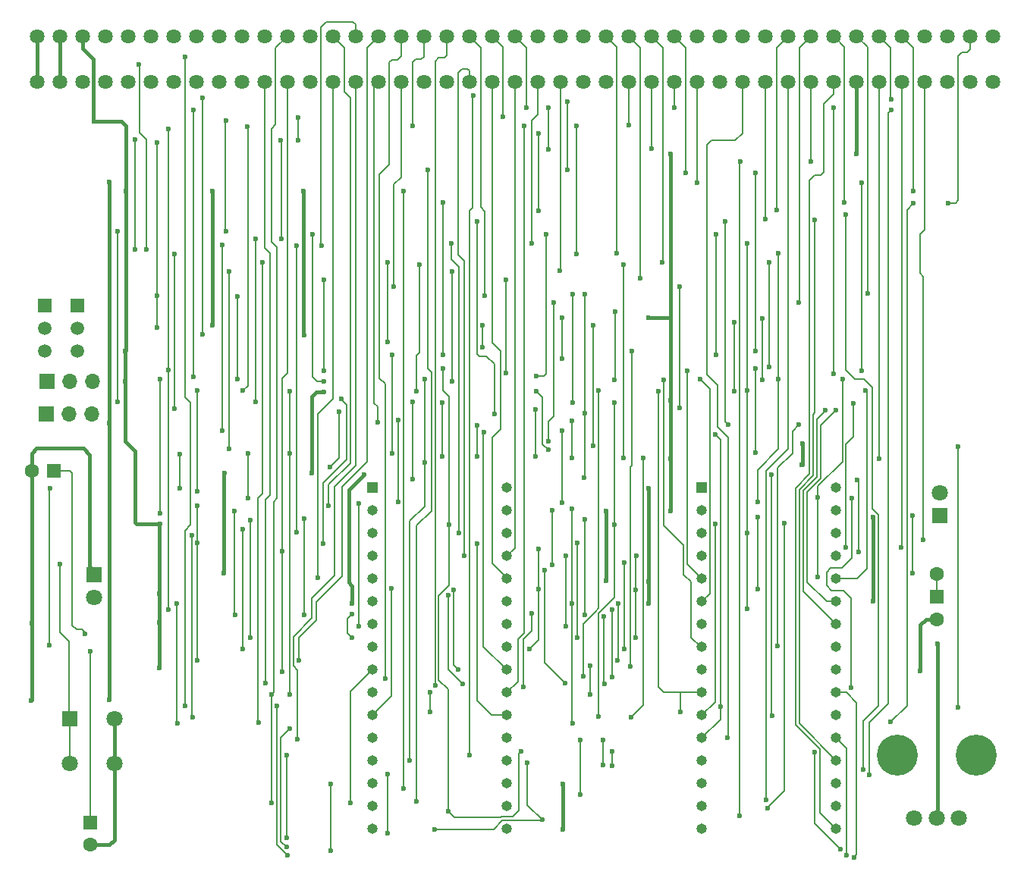
<source format=gbr>
%TF.GenerationSoftware,KiCad,Pcbnew,8.0.3*%
%TF.CreationDate,2025-02-20T16:42:35+01:00*%
%TF.ProjectId,DeMoN-Flash,44654d6f-4e2d-4466-9c61-73682e6b6963,rev?*%
%TF.SameCoordinates,Original*%
%TF.FileFunction,Copper,L2,Bot*%
%TF.FilePolarity,Positive*%
%FSLAX46Y46*%
G04 Gerber Fmt 4.6, Leading zero omitted, Abs format (unit mm)*
G04 Created by KiCad (PCBNEW 8.0.3) date 2025-02-20 16:42:35*
%MOMM*%
%LPD*%
G01*
G04 APERTURE LIST*
%TA.AperFunction,ComponentPad*%
%ADD10R,1.500000X1.500000*%
%TD*%
%TA.AperFunction,ComponentPad*%
%ADD11C,1.600000*%
%TD*%
%TA.AperFunction,ComponentPad*%
%ADD12C,1.500000*%
%TD*%
%TA.AperFunction,ComponentPad*%
%ADD13R,1.160000X1.160000*%
%TD*%
%TA.AperFunction,ComponentPad*%
%ADD14O,1.160000X1.160000*%
%TD*%
%TA.AperFunction,ComponentPad*%
%ADD15R,1.600000X1.600000*%
%TD*%
%TA.AperFunction,ComponentPad*%
%ADD16R,1.800000X1.800000*%
%TD*%
%TA.AperFunction,ComponentPad*%
%ADD17C,1.800000*%
%TD*%
%TA.AperFunction,ComponentPad*%
%ADD18R,1.700000X1.700000*%
%TD*%
%TA.AperFunction,ComponentPad*%
%ADD19O,1.700000X1.700000*%
%TD*%
%TA.AperFunction,ComponentPad*%
%ADD20C,1.635000*%
%TD*%
%TA.AperFunction,ComponentPad*%
%ADD21C,4.575000*%
%TD*%
%TA.AperFunction,ViaPad*%
%ADD22C,0.600000*%
%TD*%
%TA.AperFunction,Conductor*%
%ADD23C,0.400000*%
%TD*%
%TA.AperFunction,Conductor*%
%ADD24C,0.200000*%
%TD*%
G04 APERTURE END LIST*
D10*
%TO.P,SW2,1,B*%
%TO.N,Net-(D1-K)*%
X188500000Y-101690000D03*
D11*
%TO.P,SW2,2,C*%
%TO.N,GND*%
X188500000Y-104230000D03*
%TO.P,SW2,3,A*%
%TO.N,Net-(D1-K)*%
X188500000Y-99150000D03*
%TD*%
D10*
%TO.P,Q2,1,D*%
%TO.N,Net-(JP3-C)*%
X88900000Y-69200000D03*
D12*
%TO.P,Q2,2,G*%
%TO.N,Net-(Q1-G)*%
X88900000Y-71740000D03*
%TO.P,Q2,3,S*%
%TO.N,+5V*%
X88900000Y-74280000D03*
%TD*%
D13*
%TO.P,U9,1,NC_1*%
%TO.N,unconnected-(U9-NC_1-Pad1)*%
X162255000Y-89550000D03*
D14*
%TO.P,U9,2,A16*%
%TO.N,/A17*%
X162255000Y-92090000D03*
%TO.P,U9,3,A15*%
%TO.N,/A16*%
X162255000Y-94630000D03*
%TO.P,U9,4,A12*%
%TO.N,/A13*%
X162255000Y-97170000D03*
%TO.P,U9,5,A7*%
%TO.N,/A8*%
X162255000Y-99710000D03*
%TO.P,U9,6,A6*%
%TO.N,/A7*%
X162255000Y-102250000D03*
%TO.P,U9,7,A5*%
%TO.N,/A6*%
X162255000Y-104790000D03*
%TO.P,U9,8,A4*%
%TO.N,/A5*%
X162255000Y-107330000D03*
%TO.P,U9,9,A3*%
%TO.N,/A4*%
X162255000Y-109870000D03*
%TO.P,U9,10,A2*%
%TO.N,/A3*%
X162255000Y-112410000D03*
%TO.P,U9,11,A1*%
%TO.N,/A2*%
X162255000Y-114950000D03*
%TO.P,U9,12,A0*%
%TO.N,/A1*%
X162255000Y-117490000D03*
%TO.P,U9,13,I/O0*%
%TO.N,/D8*%
X162255000Y-120030000D03*
%TO.P,U9,14,I/O1*%
%TO.N,/D9*%
X162255000Y-122570000D03*
%TO.P,U9,15,I/O2*%
%TO.N,/D10*%
X162255000Y-125110000D03*
%TO.P,U9,16,GND*%
%TO.N,GND*%
X162255000Y-127650000D03*
%TO.P,U9,17,I/O3*%
%TO.N,/D11*%
X177255000Y-127650000D03*
%TO.P,U9,18,I/O4*%
%TO.N,/D12*%
X177255000Y-125110000D03*
%TO.P,U9,19,I/O5*%
%TO.N,/D13*%
X177255000Y-122570000D03*
%TO.P,U9,20,I/O6*%
%TO.N,/D14*%
X177255000Y-120030000D03*
%TO.P,U9,21,I/O7*%
%TO.N,/D15*%
X177255000Y-117490000D03*
%TO.P,U9,22,~{CE}*%
%TO.N,Net-(U4-IO5)*%
X177255000Y-114950000D03*
%TO.P,U9,23,A10*%
%TO.N,/A11*%
X177255000Y-112410000D03*
%TO.P,U9,24,~{OE}*%
%TO.N,/~{OE}*%
X177255000Y-109870000D03*
%TO.P,U9,25,A11*%
%TO.N,/A12*%
X177255000Y-107330000D03*
%TO.P,U9,26,A9*%
%TO.N,/A10*%
X177255000Y-104790000D03*
%TO.P,U9,27,A8*%
%TO.N,/A9*%
X177255000Y-102250000D03*
%TO.P,U9,28,A13*%
%TO.N,/A14*%
X177255000Y-99710000D03*
%TO.P,U9,29,A14*%
%TO.N,/A15*%
X177255000Y-97170000D03*
%TO.P,U9,30,NC_2*%
%TO.N,unconnected-(U9-NC_2-Pad30)*%
X177255000Y-94630000D03*
%TO.P,U9,31,~{WE}*%
%TO.N,/R_W*%
X177255000Y-92090000D03*
%TO.P,U9,32,VCC*%
%TO.N,+5V*%
X177255000Y-89550000D03*
%TD*%
D15*
%TO.P,C1,1*%
%TO.N,Net-(U11-DIS)*%
X94000000Y-126944888D03*
D11*
%TO.P,C1,2*%
%TO.N,GND*%
X94000000Y-129444888D03*
%TD*%
D16*
%TO.P,D2,1,K*%
%TO.N,GND*%
X94450000Y-99225000D03*
D17*
%TO.P,D2,2,A*%
%TO.N,Net-(D2-A)*%
X94450000Y-101765000D03*
%TD*%
D13*
%TO.P,U7,1,NC_1*%
%TO.N,unconnected-(U7-NC_1-Pad1)*%
X125505000Y-89550000D03*
D14*
%TO.P,U7,2,A16*%
%TO.N,/A17*%
X125505000Y-92090000D03*
%TO.P,U7,3,A15*%
%TO.N,/A16*%
X125505000Y-94630000D03*
%TO.P,U7,4,A12*%
%TO.N,/A13*%
X125505000Y-97170000D03*
%TO.P,U7,5,A7*%
%TO.N,/A8*%
X125505000Y-99710000D03*
%TO.P,U7,6,A6*%
%TO.N,/A7*%
X125505000Y-102250000D03*
%TO.P,U7,7,A5*%
%TO.N,/A6*%
X125505000Y-104790000D03*
%TO.P,U7,8,A4*%
%TO.N,/A5*%
X125505000Y-107330000D03*
%TO.P,U7,9,A3*%
%TO.N,/A4*%
X125505000Y-109870000D03*
%TO.P,U7,10,A2*%
%TO.N,/A3*%
X125505000Y-112410000D03*
%TO.P,U7,11,A1*%
%TO.N,/A2*%
X125505000Y-114950000D03*
%TO.P,U7,12,A0*%
%TO.N,/A1*%
X125505000Y-117490000D03*
%TO.P,U7,13,I/O0*%
%TO.N,/D0*%
X125505000Y-120030000D03*
%TO.P,U7,14,I/O1*%
%TO.N,/D1*%
X125505000Y-122570000D03*
%TO.P,U7,15,I/O2*%
%TO.N,/D2*%
X125505000Y-125110000D03*
%TO.P,U7,16,GND*%
%TO.N,GND*%
X125505000Y-127650000D03*
%TO.P,U7,17,I/O3*%
%TO.N,/D3*%
X140505000Y-127650000D03*
%TO.P,U7,18,I/O4*%
%TO.N,/D4*%
X140505000Y-125110000D03*
%TO.P,U7,19,I/O5*%
%TO.N,/D5*%
X140505000Y-122570000D03*
%TO.P,U7,20,I/O6*%
%TO.N,/D6*%
X140505000Y-120030000D03*
%TO.P,U7,21,I/O7*%
%TO.N,/D7*%
X140505000Y-117490000D03*
%TO.P,U7,22,~{CE}*%
%TO.N,Net-(U4-IO8)*%
X140505000Y-114950000D03*
%TO.P,U7,23,A10*%
%TO.N,/A11*%
X140505000Y-112410000D03*
%TO.P,U7,24,~{OE}*%
%TO.N,/~{OE}*%
X140505000Y-109870000D03*
%TO.P,U7,25,A11*%
%TO.N,/A12*%
X140505000Y-107330000D03*
%TO.P,U7,26,A9*%
%TO.N,/A10*%
X140505000Y-104790000D03*
%TO.P,U7,27,A8*%
%TO.N,/A9*%
X140505000Y-102250000D03*
%TO.P,U7,28,A13*%
%TO.N,/A14*%
X140505000Y-99710000D03*
%TO.P,U7,29,A14*%
%TO.N,/A15*%
X140505000Y-97170000D03*
%TO.P,U7,30,NC_2*%
%TO.N,unconnected-(U7-NC_2-Pad30)*%
X140505000Y-94630000D03*
%TO.P,U7,31,~{WE}*%
%TO.N,/R_W*%
X140505000Y-92090000D03*
%TO.P,U7,32,VCC*%
%TO.N,+5V*%
X140505000Y-89550000D03*
%TD*%
D10*
%TO.P,Q1,1,D*%
%TO.N,Net-(JP3-C)*%
X92600000Y-69200000D03*
D12*
%TO.P,Q1,2,G*%
%TO.N,Net-(Q1-G)*%
X92600000Y-71740000D03*
%TO.P,Q1,3,S*%
%TO.N,+5V*%
X92600000Y-74280000D03*
%TD*%
D18*
%TO.P,JP1,1,A*%
%TO.N,Net-(JP1-A)*%
X89128400Y-81342200D03*
D19*
%TO.P,JP1,2,C*%
%TO.N,Net-(JP1-C)*%
X91668400Y-81342200D03*
%TO.P,JP1,3,B*%
%TO.N,Net-(JP1-B)*%
X94208400Y-81342200D03*
%TD*%
D16*
%TO.P,SW1,1,1*%
%TO.N,Net-(U3-I6)*%
X91677500Y-115377500D03*
D17*
%TO.P,SW1,2,2*%
%TO.N,GND*%
X96677500Y-115377500D03*
%TO.P,SW1,3,3*%
%TO.N,Net-(U3-I6)*%
X91677500Y-120377500D03*
%TO.P,SW1,4,4*%
%TO.N,GND*%
X96677500Y-120377500D03*
%TD*%
D20*
%TO.P,CN1,1,1*%
%TO.N,GND*%
X88060000Y-44200000D03*
%TO.P,CN1,2,2*%
X88060000Y-39120000D03*
%TO.P,CN1,3,3*%
X90600000Y-44200000D03*
%TO.P,CN1,4,4*%
X90600000Y-39120000D03*
%TO.P,CN1,5,5*%
%TO.N,unconnected-(CN1-Pad5)*%
X93140000Y-44200000D03*
%TO.P,CN1,6,6*%
%TO.N,+5V*%
X93140000Y-39120000D03*
%TO.P,CN1,7,7*%
%TO.N,unconnected-(CN1-Pad7)*%
X95680000Y-44200000D03*
%TO.P,CN1,8,8*%
%TO.N,unconnected-(CN1-Pad8)*%
X95680000Y-39120000D03*
%TO.P,CN1,9,9*%
%TO.N,unconnected-(CN1-Pad9)*%
X98220000Y-44200000D03*
%TO.P,CN1,10,10*%
%TO.N,unconnected-(CN1-Pad10)*%
X98220000Y-39120000D03*
%TO.P,CN1,11,11*%
%TO.N,unconnected-(CN1-Pad11)*%
X100760000Y-44200000D03*
%TO.P,CN1,12,12*%
%TO.N,unconnected-(CN1-Pad12)*%
X100760000Y-39120000D03*
%TO.P,CN1,13,13*%
%TO.N,unconnected-(CN1-Pad13)*%
X103300000Y-44200000D03*
%TO.P,CN1,14,14*%
%TO.N,unconnected-(CN1-Pad14)*%
X103300000Y-39120000D03*
%TO.P,CN1,15,15*%
%TO.N,unconnected-(CN1-Pad15)*%
X105840000Y-44200000D03*
%TO.P,CN1,16,16*%
%TO.N,unconnected-(CN1-Pad16)*%
X105840000Y-39120000D03*
%TO.P,CN1,17,17*%
%TO.N,unconnected-(CN1-Pad17)*%
X108380000Y-44200000D03*
%TO.P,CN1,18,18*%
%TO.N,unconnected-(CN1-Pad18)*%
X108380000Y-39120000D03*
%TO.P,CN1,19,19*%
%TO.N,unconnected-(CN1-Pad19)*%
X110920000Y-44200000D03*
%TO.P,CN1,20,20*%
%TO.N,unconnected-(CN1-Pad20)*%
X110920000Y-39120000D03*
%TO.P,CN1,21,21*%
%TO.N,/A5*%
X113460000Y-44200000D03*
%TO.P,CN1,22,22*%
%TO.N,unconnected-(CN1-Pad22)*%
X113460000Y-39120000D03*
%TO.P,CN1,23,23*%
%TO.N,/A6*%
X116000000Y-44200000D03*
%TO.P,CN1,24,24*%
%TO.N,/A4*%
X116000000Y-39120000D03*
%TO.P,CN1,25,25*%
%TO.N,unconnected-(CN1-Pad25)*%
X118540000Y-44200000D03*
%TO.P,CN1,26,26*%
%TO.N,/A3*%
X118540000Y-39120000D03*
%TO.P,CN1,27,27*%
%TO.N,/A2*%
X121080000Y-44200000D03*
%TO.P,CN1,28,28*%
%TO.N,/A7*%
X121080000Y-39120000D03*
%TO.P,CN1,29,29*%
%TO.N,/A1*%
X123620000Y-44200000D03*
%TO.P,CN1,30,30*%
%TO.N,/A8*%
X123620000Y-39120000D03*
%TO.P,CN1,31,31*%
%TO.N,/~{FC0}*%
X126160000Y-44200000D03*
%TO.P,CN1,32,32*%
%TO.N,/A9*%
X126160000Y-39120000D03*
%TO.P,CN1,33,33*%
%TO.N,/~{FC1}*%
X128700000Y-44200000D03*
%TO.P,CN1,34,34*%
%TO.N,/A10*%
X128700000Y-39120000D03*
%TO.P,CN1,35,35*%
%TO.N,unconnected-(CN1-Pad35)*%
X131240000Y-44200000D03*
%TO.P,CN1,36,36*%
%TO.N,/A11*%
X131240000Y-39120000D03*
%TO.P,CN1,37,37*%
%TO.N,unconnected-(CN1-Pad37)*%
X133780000Y-44200000D03*
%TO.P,CN1,38,38*%
%TO.N,/A12*%
X133780000Y-39120000D03*
%TO.P,CN1,39,39*%
%TO.N,/A13*%
X136320000Y-44200000D03*
%TO.P,CN1,40,40*%
%TO.N,/~{IPL0}*%
X136320000Y-39120000D03*
%TO.P,CN1,41,41*%
%TO.N,/A14*%
X138860000Y-44200000D03*
%TO.P,CN1,42,42*%
%TO.N,/~{IPL1}*%
X138860000Y-39120000D03*
%TO.P,CN1,43,43*%
%TO.N,/A15*%
X141400000Y-44200000D03*
%TO.P,CN1,44,44*%
%TO.N,/~{IPL2}*%
X141400000Y-39120000D03*
%TO.P,CN1,45,45*%
%TO.N,/A16*%
X143940000Y-44200000D03*
%TO.P,CN1,46,46*%
%TO.N,unconnected-(CN1-Pad46)*%
X143940000Y-39120000D03*
%TO.P,CN1,47,47*%
%TO.N,/A17*%
X146480000Y-44200000D03*
%TO.P,CN1,48,48*%
%TO.N,unconnected-(CN1-Pad48)*%
X146480000Y-39120000D03*
%TO.P,CN1,49,49*%
%TO.N,unconnected-(CN1-Pad49)*%
X149020000Y-44200000D03*
%TO.P,CN1,50,50*%
%TO.N,unconnected-(CN1-Pad50)*%
X149020000Y-39120000D03*
%TO.P,CN1,51,51*%
%TO.N,unconnected-(CN1-Pad51)*%
X151560000Y-44200000D03*
%TO.P,CN1,52,52*%
%TO.N,/A18*%
X151560000Y-39120000D03*
%TO.P,CN1,53,53*%
%TO.N,/~{RST}*%
X154100000Y-44200000D03*
%TO.P,CN1,54,54*%
%TO.N,/A19*%
X154100000Y-39120000D03*
%TO.P,CN1,55,55*%
%TO.N,/~{HLT}*%
X156640000Y-44200000D03*
%TO.P,CN1,56,56*%
%TO.N,/A20*%
X156640000Y-39120000D03*
%TO.P,CN1,57,57*%
%TO.N,/A22*%
X159180000Y-44200000D03*
%TO.P,CN1,58,58*%
%TO.N,/A21*%
X159180000Y-39120000D03*
%TO.P,CN1,59,59*%
%TO.N,/A23*%
X161720000Y-44200000D03*
%TO.P,CN1,60,60*%
%TO.N,unconnected-(CN1-Pad60)*%
X161720000Y-39120000D03*
%TO.P,CN1,61,61*%
%TO.N,unconnected-(CN1-Pad61)*%
X164260000Y-44200000D03*
%TO.P,CN1,62,62*%
%TO.N,unconnected-(CN1-Pad62)*%
X164260000Y-39120000D03*
%TO.P,CN1,63,63*%
%TO.N,/D15*%
X166800000Y-44200000D03*
%TO.P,CN1,64,64*%
%TO.N,unconnected-(CN1-Pad64)*%
X166800000Y-39120000D03*
%TO.P,CN1,65,65*%
%TO.N,/D14*%
X169340000Y-44200000D03*
%TO.P,CN1,66,66*%
%TO.N,unconnected-(CN1-Pad66)*%
X169340000Y-39120000D03*
%TO.P,CN1,67,67*%
%TO.N,/D13*%
X171880000Y-44200000D03*
%TO.P,CN1,68,68*%
%TO.N,/R_W*%
X171880000Y-39120000D03*
%TO.P,CN1,69,69*%
%TO.N,/D12*%
X174420000Y-44200000D03*
%TO.P,CN1,70,70*%
%TO.N,/~{LDS}*%
X174420000Y-39120000D03*
%TO.P,CN1,71,71*%
%TO.N,/D11*%
X176960000Y-44200000D03*
%TO.P,CN1,72,72*%
%TO.N,/~{UDS}*%
X176960000Y-39120000D03*
%TO.P,CN1,73,73*%
%TO.N,GND*%
X179500000Y-44200000D03*
%TO.P,CN1,74,74*%
%TO.N,/~{AS}*%
X179500000Y-39120000D03*
%TO.P,CN1,75,75*%
%TO.N,/D0*%
X182040000Y-44200000D03*
%TO.P,CN1,76,76*%
%TO.N,/D10*%
X182040000Y-39120000D03*
%TO.P,CN1,77,77*%
%TO.N,/D1*%
X184580000Y-44200000D03*
%TO.P,CN1,78,78*%
%TO.N,/D9*%
X184580000Y-39120000D03*
%TO.P,CN1,79,79*%
%TO.N,/D2*%
X187120000Y-44200000D03*
%TO.P,CN1,80,80*%
%TO.N,/D8*%
X187120000Y-39120000D03*
%TO.P,CN1,81,81*%
%TO.N,/D3*%
X189660000Y-44200000D03*
%TO.P,CN1,82,82*%
%TO.N,/D7*%
X189660000Y-39120000D03*
%TO.P,CN1,83,83*%
%TO.N,/D4*%
X192200000Y-44200000D03*
%TO.P,CN1,84,84*%
%TO.N,/D6*%
X192200000Y-39120000D03*
%TO.P,CN1,85,85*%
%TO.N,unconnected-(CN1-Pad85)*%
X194740000Y-44200000D03*
%TO.P,CN1,86,86*%
%TO.N,/D5*%
X194740000Y-39120000D03*
%TD*%
D15*
%TO.P,C6,1*%
%TO.N,Net-(D3-K)*%
X89950000Y-87650000D03*
D11*
%TO.P,C6,2*%
%TO.N,GND*%
X87450000Y-87650000D03*
%TD*%
D16*
%TO.P,D1,1,K*%
%TO.N,Net-(D1-K)*%
X188850000Y-92700000D03*
D17*
%TO.P,D1,2,A*%
%TO.N,Net-(D1-A)*%
X188850000Y-90160000D03*
%TD*%
D18*
%TO.P,JP2,1,A*%
%TO.N,Net-(JP2-A)*%
X89168400Y-77692200D03*
D19*
%TO.P,JP2,2,C*%
%TO.N,Net-(JP2-C)*%
X91708400Y-77692200D03*
%TO.P,JP2,3,B*%
%TO.N,+5V*%
X94248400Y-77692200D03*
%TD*%
D17*
%TO.P,VR1,1,CCW*%
%TO.N,+5V*%
X185958400Y-126442200D03*
%TO.P,VR1,2,WIPER*%
X188458400Y-126442200D03*
%TO.P,VR1,3,CW*%
%TO.N,Net-(U11-DIS)*%
X190958400Y-126442200D03*
D21*
%TO.P,VR1,MH1,MH1*%
%TO.N,unconnected-(VR1-PadMH1)*%
X184058400Y-119442200D03*
%TO.P,VR1,MH2,MH2*%
%TO.N,unconnected-(VR1-PadMH2)*%
X192858400Y-119442200D03*
%TD*%
D22*
%TO.N,GND*%
X158768400Y-92122200D03*
X151588400Y-99982200D03*
X151588400Y-92142200D03*
%TO.N,+5V*%
X156350000Y-99992200D03*
%TO.N,/A8*%
X144043400Y-100862200D03*
%TO.N,GND*%
X108958400Y-87902200D03*
X108928400Y-99082200D03*
%TO.N,Net-(U3-I6)*%
X133300000Y-80050000D03*
X133300000Y-86075000D03*
X90600000Y-98100000D03*
%TO.N,Net-(U10-~{CE})*%
X127200000Y-73300000D03*
X113250000Y-64400000D03*
X127150000Y-64400000D03*
X112758400Y-115792200D03*
%TO.N,Net-(U2-IO1)*%
X118850000Y-61250000D03*
X163850000Y-61250000D03*
X163850000Y-74700000D03*
X143800000Y-77100000D03*
X120100000Y-77650000D03*
X144900000Y-61250000D03*
%TO.N,/A5*%
X144733400Y-98767200D03*
X113600000Y-111350600D03*
X146983400Y-111342200D03*
X158025000Y-77525000D03*
%TO.N,/A8*%
X142983400Y-107567200D03*
X117050000Y-62500000D03*
X160650000Y-76500000D03*
X117050000Y-94532200D03*
X144043400Y-96372200D03*
X119850000Y-62500000D03*
X111048400Y-94192200D03*
X111058400Y-107542200D03*
%TO.N,/~{IPL2}*%
X106550000Y-46050000D03*
X106550000Y-72450000D03*
X142700000Y-47150000D03*
%TO.N,/A15*%
X147083400Y-105017200D03*
X147083400Y-97167200D03*
%TO.N,GND*%
X158750000Y-86292200D03*
X158750000Y-79800000D03*
X179500000Y-52250000D03*
X186650000Y-110000000D03*
X96113600Y-55422800D03*
X120100000Y-78850000D03*
X96100000Y-113200000D03*
X87450000Y-104650000D03*
X146750000Y-122600000D03*
X173450000Y-87000000D03*
X87400000Y-113300000D03*
X156300000Y-70600000D03*
X96101600Y-82292200D03*
X158750000Y-52250000D03*
X173500000Y-84650000D03*
X146750000Y-127675000D03*
X118708400Y-87892200D03*
%TO.N,+5V*%
X188550000Y-106950000D03*
X107650000Y-71450000D03*
X156350000Y-89600000D03*
X181400000Y-92850000D03*
X97950000Y-56400000D03*
X94400000Y-48650000D03*
X181400000Y-102200000D03*
X97880000Y-77652200D03*
X101700000Y-104600000D03*
X117850000Y-72500000D03*
X101750000Y-93550000D03*
X117800000Y-56400000D03*
X123233400Y-102492200D03*
X101700000Y-101392200D03*
X156350000Y-102517200D03*
X97880000Y-74280000D03*
X124533400Y-88117200D03*
X107650000Y-56400000D03*
X101700000Y-109700000D03*
%TO.N,/~{OE}*%
X116250000Y-85692200D03*
X149825000Y-112674999D03*
X149825000Y-109442200D03*
X116250000Y-112617200D03*
X116300000Y-78750000D03*
X137950000Y-83375000D03*
%TO.N,Net-(U4-IO4)*%
X153500000Y-64600000D03*
X154358400Y-115192200D03*
X130750000Y-64600000D03*
X130400000Y-78750000D03*
X155733400Y-86250000D03*
X153500000Y-86250000D03*
%TO.N,Net-(U4-IO5)*%
X130000000Y-80000000D03*
X170050000Y-88092200D03*
X130025000Y-88575000D03*
X170100000Y-115000000D03*
%TO.N,/A1*%
X117108400Y-117617200D03*
X164350000Y-114000000D03*
X163750000Y-83600000D03*
%TO.N,Net-(U4-IO8)*%
X120025000Y-95750000D03*
X137150000Y-95800000D03*
X122050000Y-79650000D03*
%TO.N,/A16*%
X167358400Y-103042200D03*
X167350000Y-78650000D03*
X167350000Y-62300000D03*
X143250000Y-62300000D03*
X117868400Y-92982200D03*
X167358400Y-94617200D03*
X134300000Y-62300000D03*
X117858400Y-103745000D03*
X135150000Y-94625000D03*
%TO.N,Net-(U2-I8)*%
X137175000Y-86025000D03*
X137175000Y-82600000D03*
X147800000Y-82050000D03*
X147725000Y-86250000D03*
%TO.N,Net-(U2-I9)*%
X146625000Y-91200000D03*
X146650000Y-83150000D03*
X128350000Y-91175000D03*
X128350000Y-81950000D03*
%TO.N,Net-(JP1-C)*%
X121783400Y-81092200D03*
X120796635Y-87205435D03*
%TO.N,/A9*%
X152900000Y-102450000D03*
X117295246Y-108817489D03*
X177208400Y-80917200D03*
X152883400Y-108817200D03*
%TO.N,Net-(U2-IO7)*%
X120100000Y-76450000D03*
X140400000Y-66350000D03*
X143675000Y-86025000D03*
X140400000Y-76750000D03*
X143700000Y-80800000D03*
X120100000Y-66350000D03*
%TO.N,Net-(U2-IO8)*%
X150100000Y-71450000D03*
X137800000Y-73900000D03*
X150100000Y-84900000D03*
X137800000Y-71450000D03*
%TO.N,Net-(U3-IO2)*%
X146700000Y-70600000D03*
X146700000Y-75100000D03*
%TO.N,Net-(U3-I03)*%
X152500000Y-77500000D03*
X152550000Y-69850000D03*
%TO.N,Net-(U3-I5)*%
X134350000Y-77700000D03*
X109500000Y-85200000D03*
X134350000Y-65400000D03*
X109500000Y-65400000D03*
%TO.N,Net-(U2-IO6)*%
X137200000Y-59850000D03*
X139100000Y-81275000D03*
X164850000Y-59850000D03*
X165175000Y-82525000D03*
%TO.N,Net-(JP2-A)*%
X147850000Y-80020000D03*
X147850000Y-67950000D03*
%TO.N,/~{FC0}*%
X126050000Y-82275000D03*
%TO.N,/A17*%
X110136200Y-103745000D03*
X149209873Y-103717200D03*
X178950000Y-111850000D03*
X149208400Y-93075000D03*
X110108400Y-92150000D03*
X146450000Y-65300000D03*
X179025000Y-90675000D03*
%TO.N,Net-(U1-IO8)*%
X168250000Y-76200000D03*
X168250000Y-85600000D03*
%TO.N,Net-(U1-IO2)*%
X169000000Y-77500000D03*
X169000000Y-70650000D03*
%TO.N,/A18*%
X170800000Y-77400000D03*
X170800000Y-63400000D03*
X103683400Y-102467200D03*
X152800000Y-63350000D03*
X103758400Y-115817200D03*
X147808400Y-115842200D03*
X147800000Y-102467200D03*
X147783400Y-91867200D03*
X168508400Y-91142200D03*
%TO.N,Net-(U1-IO1)*%
X165850000Y-71050000D03*
X165850000Y-78750000D03*
%TO.N,Net-(Q1-G)*%
X101450000Y-51003200D03*
X101450000Y-71700000D03*
X101450000Y-68100000D03*
%TO.N,Net-(D1-K)*%
X185750000Y-99100000D03*
X179625000Y-88650000D03*
X179775000Y-96700000D03*
X185750000Y-92700000D03*
X105900000Y-78700000D03*
X105900000Y-89950000D03*
%TO.N,/A19*%
X175208400Y-90592200D03*
X123983400Y-105017200D03*
X155400000Y-66200000D03*
X177950000Y-77383800D03*
X123983400Y-91317200D03*
X175208400Y-99492200D03*
%TO.N,/A10*%
X152275000Y-103150000D03*
X126900000Y-110825000D03*
X176025000Y-80925000D03*
X152275000Y-110692200D03*
%TO.N,/~{FC1}*%
X159750000Y-67050000D03*
X127900000Y-67050000D03*
X159750000Y-80650000D03*
%TO.N,Net-(U5-I7)*%
X97050000Y-60909200D03*
X117200000Y-50749200D03*
X117170200Y-48183800D03*
X109143800Y-60909200D03*
X109169200Y-48564800D03*
X97050000Y-80000000D03*
%TO.N,Net-(U5-IO5)*%
X112500000Y-79950000D03*
X112500000Y-61722000D03*
X115300000Y-61738000D03*
X115290600Y-50714200D03*
%TO.N,Net-(U5-IO6)*%
X108700000Y-62458600D03*
X108700000Y-83150000D03*
%TO.N,/A11*%
X116000735Y-130599265D03*
X114826098Y-113928965D03*
X179250000Y-130825000D03*
X130000000Y-49100000D03*
X142400000Y-49100000D03*
X190850000Y-114100000D03*
X190850000Y-84950000D03*
%TO.N,/A12*%
X151407800Y-111417200D03*
X151350000Y-103900000D03*
X173100000Y-82500000D03*
X170725000Y-107250000D03*
X132500000Y-111592200D03*
%TO.N,/~{IPL0}*%
X138050000Y-68100000D03*
X110450000Y-77450000D03*
X110450000Y-68150000D03*
%TO.N,/~{RST}*%
X103400000Y-63450000D03*
X148250000Y-63450000D03*
X148250000Y-49100000D03*
X103400000Y-80700000D03*
X154150000Y-49050000D03*
%TO.N,/A13*%
X179183400Y-80100000D03*
X111900000Y-106267200D03*
X178350000Y-96200000D03*
X148400000Y-95682200D03*
X148400000Y-106317200D03*
X111908400Y-93152200D03*
X135750000Y-97175000D03*
%TO.N,/A20*%
X169750000Y-64400000D03*
X169750000Y-76100000D03*
X157850000Y-64400000D03*
%TO.N,/~{IPL1}*%
X105550000Y-77200000D03*
X105550000Y-47400000D03*
X140100000Y-48100000D03*
%TO.N,/A14*%
X153608400Y-107542200D03*
X153608400Y-97912200D03*
X180500000Y-78700000D03*
%TO.N,/~{HLT}*%
X156650000Y-51700000D03*
X111050000Y-78700000D03*
X111506000Y-49225200D03*
%TO.N,/A21*%
X160500000Y-54400000D03*
X168250000Y-74300000D03*
X168250000Y-54400000D03*
%TO.N,/A22*%
X159200000Y-47100000D03*
X99000000Y-50700000D03*
X176950000Y-76800000D03*
X145150000Y-47100000D03*
X145150000Y-51750000D03*
X98983400Y-62942200D03*
X177000000Y-47150000D03*
%TO.N,Net-(U11-DIS)*%
X94000000Y-107800000D03*
%TO.N,Net-(D3-A)*%
X89450000Y-107150000D03*
X101750000Y-77450000D03*
X89508400Y-89600000D03*
X101750000Y-92400000D03*
%TO.N,Net-(D3-K)*%
X93400000Y-105900000D03*
%TO.N,/A23*%
X99458400Y-42292200D03*
X161700000Y-55450000D03*
X180100000Y-76517200D03*
X100258400Y-62967200D03*
X180100000Y-55450000D03*
%TO.N,/D15*%
X178450000Y-130600000D03*
X165150000Y-117490000D03*
X116257800Y-116442200D03*
X115900000Y-129650000D03*
%TO.N,/A3*%
X131925000Y-114600000D03*
X157400000Y-78775000D03*
X104550000Y-41442200D03*
X131925000Y-112425000D03*
X104625300Y-113925300D03*
X159871635Y-114555435D03*
%TO.N,/A4*%
X154450000Y-74300000D03*
X154250000Y-109550000D03*
X143256000Y-103600000D03*
X123050000Y-124725000D03*
X142336362Y-111792200D03*
X114225000Y-124750000D03*
X114208400Y-112642200D03*
%TO.N,/A6*%
X115400000Y-110067200D03*
X133925000Y-101550000D03*
X135550000Y-111475000D03*
X115400000Y-96662200D03*
X150750000Y-78650000D03*
X149008400Y-110617200D03*
%TO.N,/A7*%
X105950000Y-91550000D03*
X105950000Y-95722200D03*
X105950000Y-108817200D03*
X120600000Y-91525000D03*
X134525000Y-100925000D03*
X135050000Y-109825000D03*
X162050000Y-77400000D03*
%TO.N,/A2*%
X105338400Y-94892200D03*
X127625000Y-100800000D03*
X150733400Y-115117200D03*
X105407800Y-115167200D03*
X119375000Y-99622200D03*
X163750000Y-93625000D03*
X152500000Y-93675000D03*
X152500000Y-80050000D03*
%TO.N,/D14*%
X174900000Y-59600000D03*
X169340000Y-59560000D03*
%TO.N,/R_W*%
X102700000Y-103142200D03*
X145533400Y-98167200D03*
X123233400Y-103667200D03*
X102700000Y-49450000D03*
X168533400Y-100892200D03*
X102700000Y-76400000D03*
X144000000Y-58650000D03*
X144000000Y-49950000D03*
X168508400Y-92817200D03*
X154875000Y-100967200D03*
X145533400Y-92092200D03*
X154928400Y-97182200D03*
X170600000Y-58550000D03*
X123233400Y-106292200D03*
X154858400Y-106267200D03*
%TO.N,/D13*%
X115900000Y-119450000D03*
X169450000Y-124375000D03*
X115910000Y-128660000D03*
%TO.N,/~{LDS}*%
X145150000Y-84400000D03*
X145750000Y-68900000D03*
X173050000Y-68900000D03*
%TO.N,/D12*%
X127175000Y-128175000D03*
X166450000Y-126150000D03*
X166550000Y-53100000D03*
X174450000Y-53100000D03*
X127200000Y-121550000D03*
%TO.N,/~{UDS}*%
X178200000Y-57650000D03*
X133400000Y-74700000D03*
X133400000Y-57650000D03*
X127675000Y-74725000D03*
X127675000Y-85675000D03*
%TO.N,/D11*%
X120858400Y-130075000D03*
X120858400Y-122667200D03*
%TO.N,/~{AS}*%
X111575000Y-90700000D03*
X180750000Y-67850000D03*
X111600000Y-85692200D03*
X149200000Y-81250000D03*
X149150000Y-88425000D03*
X149200000Y-67950000D03*
%TO.N,/D3*%
X183400000Y-47400000D03*
X180958400Y-121650000D03*
%TO.N,/D10*%
X131700000Y-54050000D03*
X147250000Y-54050000D03*
X147250000Y-46400000D03*
X130450000Y-124600000D03*
X183400000Y-46200000D03*
%TO.N,/D8*%
X136375000Y-119375000D03*
X136733400Y-45717200D03*
%TO.N,/D0*%
X131300000Y-77450000D03*
X129675000Y-120025000D03*
X131300000Y-86725000D03*
X182050000Y-86350000D03*
X148700000Y-123825000D03*
X148683400Y-117717200D03*
%TO.N,/D4*%
X178300000Y-59050000D03*
X180275000Y-121000000D03*
%TO.N,/D9*%
X128950000Y-123170000D03*
X128950000Y-56450000D03*
X185850000Y-56450000D03*
%TO.N,/D2*%
X169600000Y-125300000D03*
X187000000Y-95375000D03*
X144445600Y-126629400D03*
X142783400Y-120292200D03*
X132475000Y-127675000D03*
X171450000Y-93475000D03*
%TO.N,/D6*%
X151208400Y-117692200D03*
X151225000Y-120500000D03*
X189800000Y-57750000D03*
X185900000Y-57800000D03*
X183333400Y-115717200D03*
%TO.N,/D1*%
X133400000Y-76200000D03*
X142133400Y-118992200D03*
X133962500Y-125675000D03*
X184550000Y-96250000D03*
X134050000Y-93700000D03*
%TO.N,/D5*%
X174850000Y-119100000D03*
X152283400Y-118992200D03*
X152275000Y-120575000D03*
X177775000Y-129925000D03*
%TO.N,Net-(JP1-A)*%
X103958400Y-85767200D03*
X145125000Y-85325000D03*
X143750000Y-78750000D03*
X103958400Y-89592200D03*
%TD*%
D23*
%TO.N,GND*%
X158768400Y-86310600D02*
X158750000Y-86292200D01*
X158768400Y-92122200D02*
X158768400Y-86310600D01*
D24*
%TO.N,/A5*%
X160250000Y-99242200D02*
X161058400Y-100050600D01*
X160250000Y-95953800D02*
X160250000Y-99242200D01*
X161058400Y-100050600D02*
X161058400Y-106267200D01*
X161058400Y-106267200D02*
X162121200Y-107330000D01*
X158025000Y-93728800D02*
X160250000Y-95953800D01*
X158025000Y-77525000D02*
X158025000Y-93728800D01*
X162121200Y-107330000D02*
X162260000Y-107330000D01*
D23*
%TO.N,GND*%
X151588400Y-99982200D02*
X151588400Y-92142200D01*
%TO.N,+5V*%
X156350000Y-99992200D02*
X156350000Y-102517200D01*
X156350000Y-89600000D02*
X156350000Y-99992200D01*
D24*
%TO.N,/A14*%
X153608400Y-97912200D02*
X153608400Y-107542200D01*
%TO.N,/R_W*%
X154875000Y-97235600D02*
X154875000Y-100967200D01*
X154928400Y-97182200D02*
X154875000Y-97235600D01*
%TO.N,/A13*%
X148400000Y-95682200D02*
X148400000Y-106317200D01*
%TO.N,/A2*%
X119375000Y-99622200D02*
X119375000Y-81325000D01*
X119375000Y-81325000D02*
X121080000Y-79620000D01*
X121080000Y-79620000D02*
X121080000Y-44200000D01*
%TO.N,/A6*%
X116000000Y-76750000D02*
X116000000Y-44200000D01*
X115400000Y-96662200D02*
X115400000Y-77350000D01*
X115400000Y-77350000D02*
X116000000Y-76750000D01*
X115400000Y-96662200D02*
X115400000Y-110067200D01*
%TO.N,/A8*%
X117050000Y-94532200D02*
X117050000Y-62500000D01*
%TO.N,/A16*%
X117808400Y-92982200D02*
X117858400Y-93032200D01*
X117858400Y-93032200D02*
X117858400Y-103745000D01*
%TO.N,/A7*%
X105950000Y-95722200D02*
X105950000Y-108817200D01*
X105950000Y-95722200D02*
X105950000Y-91550000D01*
%TO.N,/A8*%
X111088400Y-94192200D02*
X111050000Y-94230600D01*
X111050000Y-94230600D02*
X111050000Y-107533800D01*
X111050000Y-107533800D02*
X111058400Y-107542200D01*
%TO.N,/A2*%
X105350000Y-94903800D02*
X105350000Y-115109400D01*
X105338400Y-94892200D02*
X105350000Y-94903800D01*
X105350000Y-115109400D02*
X105407800Y-115167200D01*
%TO.N,/A3*%
X104550000Y-94350600D02*
X104550000Y-113850000D01*
X105183400Y-93717200D02*
X104550000Y-94350600D01*
X105183400Y-80050600D02*
X105183400Y-93717200D01*
X104550000Y-113850000D02*
X104625300Y-113925300D01*
X104550000Y-41442200D02*
X104550000Y-79417200D01*
X104550000Y-79417200D02*
X105183400Y-80050600D01*
D23*
%TO.N,GND*%
X108928400Y-87932200D02*
X108958400Y-87902200D01*
X108928400Y-99082200D02*
X108928400Y-87932200D01*
D24*
%TO.N,/A13*%
X111900000Y-93160600D02*
X111900000Y-106267200D01*
X111908400Y-93152200D02*
X111900000Y-93160600D01*
%TO.N,Net-(U3-I6)*%
X133300000Y-86075000D02*
X133300000Y-80050000D01*
X91677500Y-120377500D02*
X91677500Y-115377500D01*
X90600000Y-98100000D02*
X90600000Y-105700000D01*
X90600000Y-105700000D02*
X91650000Y-106750000D01*
X91650000Y-106750000D02*
X91650000Y-115350000D01*
%TO.N,Net-(U10-~{CE})*%
X112758400Y-115792200D02*
X112700000Y-115733800D01*
X127150000Y-64400000D02*
X127200000Y-64450000D01*
X112700000Y-115733800D02*
X112700000Y-90725000D01*
X112700000Y-90725000D02*
X113250000Y-90175000D01*
X127200000Y-64450000D02*
X127200000Y-73300000D01*
X113250000Y-90175000D02*
X113250000Y-64400000D01*
%TO.N,Net-(U2-IO1)*%
X118850000Y-77200000D02*
X118850000Y-61250000D01*
X144900000Y-76800000D02*
X144600000Y-77100000D01*
X144600000Y-77100000D02*
X143800000Y-77100000D01*
X163850000Y-61250000D02*
X163850000Y-74700000D01*
X144900000Y-61250000D02*
X144900000Y-76800000D01*
X119300000Y-77650000D02*
X118850000Y-77200000D01*
X120100000Y-77650000D02*
X119300000Y-77650000D01*
%TO.N,/A5*%
X113600000Y-90850000D02*
X114100000Y-90350000D01*
X146983400Y-111342200D02*
X144729200Y-109088000D01*
X114100000Y-63400000D02*
X113460000Y-62760000D01*
X114100000Y-90350000D02*
X114100000Y-63400000D01*
X113460000Y-62760000D02*
X113460000Y-44200000D01*
X144729200Y-109088000D02*
X144729200Y-98875000D01*
X113600000Y-111350600D02*
X113600000Y-90850000D01*
%TO.N,/A8*%
X119850000Y-62500000D02*
X119750000Y-62400000D01*
X144043400Y-106507200D02*
X144043400Y-96372200D01*
X123620000Y-37820000D02*
X123620000Y-39120000D01*
X160650000Y-98100000D02*
X162260000Y-99710000D01*
X120350000Y-37500000D02*
X123300000Y-37500000D01*
X123300000Y-37500000D02*
X123620000Y-37820000D01*
X119750000Y-38100000D02*
X120350000Y-37500000D01*
X160650000Y-76500000D02*
X160650000Y-98100000D01*
X142983400Y-107567200D02*
X144043400Y-106507200D01*
X119750000Y-62400000D02*
X119750000Y-38100000D01*
%TO.N,/~{IPL2}*%
X142700000Y-47150000D02*
X142700000Y-40420000D01*
X142700000Y-40420000D02*
X141400000Y-39120000D01*
X106550000Y-72450000D02*
X106550000Y-46050000D01*
%TO.N,/A15*%
X141400000Y-44200000D02*
X141400000Y-96275000D01*
X141400000Y-96275000D02*
X140505000Y-97170000D01*
X147083400Y-97167200D02*
X147083400Y-105017200D01*
D23*
%TO.N,GND*%
X93200000Y-85150000D02*
X93900000Y-85850000D01*
X173500000Y-86950000D02*
X173500000Y-84650000D01*
X93900000Y-98350000D02*
X94450000Y-98900000D01*
X90600000Y-39120000D02*
X90600000Y-44200000D01*
X187270000Y-104230000D02*
X186650000Y-104850000D01*
X158750000Y-70600000D02*
X158750000Y-79800000D01*
X88000000Y-85150000D02*
X93200000Y-85150000D01*
X96101600Y-82292200D02*
X96100000Y-82293800D01*
X96101600Y-82292200D02*
X96101600Y-55434800D01*
X96101600Y-55434800D02*
X96113600Y-55422800D01*
X173450000Y-87000000D02*
X173500000Y-86950000D01*
X158750000Y-70600000D02*
X156300000Y-70600000D01*
X93900000Y-85850000D02*
X93900000Y-98350000D01*
X87450000Y-87650000D02*
X87450000Y-113250000D01*
X96677500Y-120377500D02*
X96677500Y-128872500D01*
X87450000Y-85700000D02*
X88000000Y-85150000D01*
X179500000Y-44200000D02*
X179500000Y-52250000D01*
X158750000Y-52250000D02*
X158750000Y-70600000D01*
X118700000Y-79400000D02*
X119250000Y-78850000D01*
X158750000Y-79800000D02*
X158750000Y-86292200D01*
X96105112Y-129444888D02*
X94000000Y-129444888D01*
X188500000Y-104230000D02*
X187270000Y-104230000D01*
X146750000Y-127675000D02*
X146750000Y-122600000D01*
X119250000Y-78850000D02*
X120100000Y-78850000D01*
X96677500Y-128872500D02*
X96105112Y-129444888D01*
X87450000Y-113250000D02*
X87450000Y-104650000D01*
X118708400Y-87892200D02*
X118700000Y-87883800D01*
X88060000Y-44200000D02*
X88060000Y-39120000D01*
X96100000Y-82293800D02*
X96100000Y-113200000D01*
X96677500Y-115377500D02*
X96677500Y-120377500D01*
X118700000Y-87883800D02*
X118700000Y-79400000D01*
X186650000Y-104850000D02*
X186650000Y-110000000D01*
X87450000Y-87650000D02*
X87450000Y-85700000D01*
X87450000Y-113250000D02*
X87400000Y-113300000D01*
%TO.N,+5V*%
X97880000Y-77652200D02*
X97880000Y-74280000D01*
X99150000Y-93550000D02*
X99000000Y-93400000D01*
X94357500Y-48607500D02*
X94357500Y-41707500D01*
X97950000Y-49100000D02*
X97500000Y-48650000D01*
X101750000Y-93550000D02*
X99150000Y-93550000D01*
X122850000Y-89800600D02*
X122850000Y-100150000D01*
X99000000Y-93400000D02*
X99000000Y-85500000D01*
X188550000Y-106950000D02*
X188550000Y-126350600D01*
X93140000Y-40490000D02*
X93140000Y-39120000D01*
X181400000Y-102200000D02*
X181400000Y-92850000D01*
X97950000Y-56400000D02*
X97950000Y-49100000D01*
X101700000Y-104600000D02*
X101700000Y-109700000D01*
X97880000Y-84380000D02*
X97880000Y-77652200D01*
X97950000Y-74210000D02*
X97880000Y-74280000D01*
X94400000Y-48650000D02*
X94357500Y-48607500D01*
X124533400Y-88117200D02*
X122850000Y-89800600D01*
X123233400Y-100533400D02*
X123233400Y-102492200D01*
X117800000Y-72450000D02*
X117800000Y-56400000D01*
X97950000Y-56400000D02*
X97950000Y-74210000D01*
X107650000Y-71450000D02*
X107650000Y-56400000D01*
X122850000Y-100150000D02*
X123233400Y-100533400D01*
X97500000Y-48650000D02*
X94400000Y-48650000D01*
X101750000Y-93550000D02*
X101700000Y-93600000D01*
X101700000Y-93600000D02*
X101700000Y-101392200D01*
X101700000Y-101392200D02*
X101700000Y-104600000D01*
X117850000Y-72500000D02*
X117800000Y-72450000D01*
X94357500Y-41707500D02*
X93140000Y-40490000D01*
X99000000Y-85500000D02*
X97880000Y-84380000D01*
X188550000Y-126350600D02*
X188458400Y-126442200D01*
D24*
%TO.N,/~{OE}*%
X116250000Y-85692200D02*
X116250000Y-78800000D01*
X116250000Y-78800000D02*
X116300000Y-78750000D01*
X137900000Y-83425000D02*
X137900000Y-107270000D01*
X149800000Y-112649999D02*
X149800000Y-109467200D01*
X116250000Y-112617200D02*
X116250000Y-85692200D01*
X137950000Y-83375000D02*
X137900000Y-83425000D01*
X149800000Y-109467200D02*
X149825000Y-109442200D01*
X149825000Y-112674999D02*
X149800000Y-112649999D01*
X137900000Y-107270000D02*
X140500000Y-109870000D01*
%TO.N,Net-(U4-IO4)*%
X155700000Y-113850600D02*
X154358400Y-115192200D01*
X130400000Y-78750000D02*
X130400000Y-74800000D01*
X130400000Y-74800000D02*
X130750000Y-74450000D01*
X155700000Y-86283400D02*
X155700000Y-113850600D01*
X155733400Y-86250000D02*
X155700000Y-86283400D01*
X153500000Y-64600000D02*
X153500000Y-86250000D01*
X130750000Y-74450000D02*
X130750000Y-64600000D01*
%TO.N,Net-(U4-IO5)*%
X130000000Y-80000000D02*
X130000000Y-88550000D01*
X170050000Y-88092200D02*
X170050000Y-114950000D01*
X130000000Y-88550000D02*
X130025000Y-88575000D01*
X170050000Y-114950000D02*
X170100000Y-115000000D01*
%TO.N,/A1*%
X121250000Y-99375600D02*
X121250000Y-89400600D01*
X118733400Y-101892200D02*
X121250000Y-99375600D01*
X117125000Y-109900000D02*
X116675000Y-109450000D01*
X121250000Y-89400600D02*
X123620000Y-87030600D01*
X123620000Y-87030600D02*
X123620000Y-44200000D01*
X117125000Y-117600600D02*
X117125000Y-109900000D01*
X164350000Y-114000000D02*
X164350000Y-115400000D01*
X164350000Y-115400000D02*
X162260000Y-117490000D01*
X118733400Y-104117200D02*
X118733400Y-101892200D01*
X117108400Y-117617200D02*
X117125000Y-117600600D01*
X164350000Y-114000000D02*
X164350000Y-84200000D01*
X116675000Y-106175600D02*
X118733400Y-104117200D01*
X164350000Y-84200000D02*
X163750000Y-83600000D01*
X116675000Y-109450000D02*
X116675000Y-106175600D01*
%TO.N,Net-(U4-IO8)*%
X122050000Y-79700000D02*
X122050000Y-79650000D01*
X120025000Y-95750000D02*
X120000000Y-95725000D01*
X120000000Y-95725000D02*
X120000000Y-89050600D01*
X120000000Y-89050600D02*
X122650000Y-86400600D01*
X122650000Y-86400600D02*
X122650000Y-80300000D01*
X122650000Y-80300000D02*
X122050000Y-79700000D01*
X138812500Y-114950000D02*
X140500000Y-114950000D01*
X137150000Y-113287500D02*
X138812500Y-114950000D01*
X137150000Y-95800000D02*
X137150000Y-113287500D01*
%TO.N,/A16*%
X167350000Y-94608800D02*
X167350000Y-78650000D01*
X135150000Y-64850000D02*
X135150000Y-94625000D01*
X143250000Y-62300000D02*
X143250000Y-48550000D01*
X143250000Y-48550000D02*
X143950000Y-47850000D01*
X167358400Y-103042200D02*
X167358400Y-94617200D01*
X135150000Y-64850000D02*
X134300000Y-64000000D01*
X167358400Y-94617200D02*
X167350000Y-94608800D01*
X143940000Y-47840000D02*
X143940000Y-44200000D01*
X143950000Y-47850000D02*
X143940000Y-47840000D01*
X167350000Y-78650000D02*
X167350000Y-62300000D01*
X134300000Y-64000000D02*
X134300000Y-62300000D01*
%TO.N,Net-(U2-I8)*%
X147725000Y-82025000D02*
X147725000Y-86250000D01*
X137175000Y-82600000D02*
X137175000Y-86025000D01*
%TO.N,Net-(U2-I9)*%
X146625000Y-83175000D02*
X146650000Y-83150000D01*
X146625000Y-91200000D02*
X146625000Y-83175000D01*
X128350000Y-81950000D02*
X128350000Y-91175000D01*
%TO.N,Net-(JP1-C)*%
X120796635Y-87205435D02*
X121783400Y-86218670D01*
X121783400Y-86218670D02*
X121783400Y-81092200D01*
%TO.N,/A9*%
X119208400Y-102292200D02*
X122100000Y-99400600D01*
X122100000Y-99400600D02*
X122100000Y-89450600D01*
X152900000Y-108800600D02*
X152883400Y-108817200D01*
X174025000Y-89997058D02*
X174025000Y-100083800D01*
X124900000Y-40380000D02*
X126160000Y-39120000D01*
X174025000Y-100083800D02*
X176191200Y-102250000D01*
X117275000Y-106300600D02*
X119208400Y-104367200D01*
X175500000Y-82625600D02*
X175500000Y-88522058D01*
X117275000Y-108797243D02*
X117275000Y-106300600D01*
X124900000Y-86650600D02*
X124900000Y-40380000D01*
X117295246Y-108817489D02*
X117275000Y-108797243D01*
X152900000Y-102450000D02*
X152900000Y-108800600D01*
X119208400Y-104367200D02*
X119208400Y-102292200D01*
X176191200Y-102250000D02*
X177250000Y-102250000D01*
X122100000Y-89450600D02*
X124900000Y-86650600D01*
X177208400Y-80917200D02*
X175500000Y-82625600D01*
X175500000Y-88522058D02*
X174025000Y-89997058D01*
%TO.N,Net-(U2-IO7)*%
X143675000Y-80825000D02*
X143700000Y-80800000D01*
X120100000Y-76450000D02*
X120100000Y-66350000D01*
X143675000Y-86025000D02*
X143675000Y-80825000D01*
X140400000Y-66350000D02*
X140400000Y-76750000D01*
%TO.N,Net-(U2-IO8)*%
X137800000Y-71450000D02*
X137800000Y-73900000D01*
X150100000Y-71450000D02*
X150100000Y-84900000D01*
%TO.N,Net-(U3-IO2)*%
X146700000Y-70600000D02*
X146700000Y-75100000D01*
%TO.N,Net-(U3-I03)*%
X152550000Y-77450000D02*
X152500000Y-77500000D01*
X152550000Y-69850000D02*
X152550000Y-77450000D01*
%TO.N,Net-(U3-I5)*%
X109500000Y-85200000D02*
X109500000Y-65400000D01*
X134350000Y-65400000D02*
X134350000Y-77700000D01*
%TO.N,Net-(U2-IO6)*%
X137450000Y-74850000D02*
X137200000Y-74600000D01*
X139100000Y-75750000D02*
X139100000Y-81275000D01*
X164850000Y-59850000D02*
X164850000Y-82200000D01*
X164850000Y-82200000D02*
X165175000Y-82525000D01*
X138200000Y-74850000D02*
X139100000Y-75750000D01*
X137450000Y-74850000D02*
X138200000Y-74850000D01*
X137200000Y-74600000D02*
X137200000Y-59850000D01*
%TO.N,Net-(JP2-A)*%
X147850000Y-67950000D02*
X147850000Y-80020000D01*
%TO.N,/~{FC0}*%
X125700000Y-80100000D02*
X125700000Y-44660000D01*
X126050000Y-82275000D02*
X126050000Y-80450000D01*
X126050000Y-80450000D02*
X125700000Y-80100000D01*
%TO.N,/A17*%
X178050000Y-101000000D02*
X178950000Y-101900000D01*
X179025000Y-90675000D02*
X179025000Y-97400000D01*
X176650000Y-98500000D02*
X176175000Y-98975000D01*
X177925000Y-98500000D02*
X176650000Y-98500000D01*
X149209873Y-93076473D02*
X149208400Y-93075000D01*
X146480000Y-65270000D02*
X146480000Y-44200000D01*
X176750000Y-101000000D02*
X178050000Y-101000000D01*
X179025000Y-97400000D02*
X177925000Y-98500000D01*
X146450000Y-65300000D02*
X146480000Y-65270000D01*
X110136200Y-103745000D02*
X110108400Y-103717200D01*
X176175000Y-100425000D02*
X176750000Y-101000000D01*
X110108400Y-103717200D02*
X110108400Y-92150000D01*
X176175000Y-98975000D02*
X176175000Y-100425000D01*
X149209873Y-103717200D02*
X149209873Y-93076473D01*
X178950000Y-101900000D02*
X178950000Y-111850000D01*
%TO.N,Net-(U1-IO8)*%
X168250000Y-76200000D02*
X168250000Y-85600000D01*
%TO.N,Net-(U1-IO2)*%
X169000000Y-77500000D02*
X169000000Y-70650000D01*
%TO.N,/A18*%
X103683400Y-115742200D02*
X103683400Y-102467200D01*
X147783400Y-91867200D02*
X147783400Y-102450600D01*
X147783400Y-102450600D02*
X147800000Y-102467200D01*
X170800000Y-77400000D02*
X170800000Y-63400000D01*
X147800000Y-102467200D02*
X147800000Y-115833800D01*
X152800000Y-63350000D02*
X152800000Y-40360000D01*
X170800000Y-85250600D02*
X170800000Y-77400000D01*
X103758400Y-115817200D02*
X103683400Y-115742200D01*
X168508400Y-91142200D02*
X168508400Y-87542200D01*
X147800000Y-115833800D02*
X147808400Y-115842200D01*
X152800000Y-40360000D02*
X151560000Y-39120000D01*
X168508400Y-87542200D02*
X170800000Y-85250600D01*
%TO.N,Net-(U1-IO1)*%
X165850000Y-78750000D02*
X165850000Y-71050000D01*
%TO.N,Net-(Q1-G)*%
X101450000Y-71700000D02*
X101450000Y-68100000D01*
X101450000Y-68100000D02*
X101450000Y-51003200D01*
%TO.N,Net-(D1-K)*%
X188500000Y-99150000D02*
X188500000Y-101690000D01*
X179775000Y-88800000D02*
X179775000Y-96700000D01*
X179625000Y-88650000D02*
X179775000Y-88800000D01*
X185750000Y-99100000D02*
X185750000Y-92700000D01*
X105900000Y-78700000D02*
X105900000Y-89950000D01*
%TO.N,/A19*%
X175208400Y-90592200D02*
X175208400Y-89379344D01*
X177950000Y-86637744D02*
X177950000Y-77383800D01*
X175208400Y-90592200D02*
X175208400Y-99492200D01*
X123983400Y-91317200D02*
X123983400Y-105017200D01*
X155400000Y-66200000D02*
X155400000Y-40420000D01*
X155400000Y-40420000D02*
X154100000Y-39120000D01*
X175208400Y-89379344D02*
X177950000Y-86637744D01*
%TO.N,/A10*%
X126900000Y-77950000D02*
X126900000Y-110825000D01*
X128700000Y-41350000D02*
X128700000Y-39120000D01*
X126900000Y-77950000D02*
X126300000Y-77350000D01*
X176025000Y-80925000D02*
X176025000Y-80975600D01*
X175100000Y-81900600D02*
X175100000Y-88356372D01*
X173600000Y-101140000D02*
X177250000Y-104790000D01*
X176025000Y-80975600D02*
X175100000Y-81900600D01*
X127700000Y-41750000D02*
X128300000Y-41750000D01*
X127400000Y-42050000D02*
X127700000Y-41750000D01*
X175100000Y-88356372D02*
X173600000Y-89856372D01*
X126300000Y-77350000D02*
X126300000Y-54550000D01*
X128300000Y-41750000D02*
X128700000Y-41350000D01*
X126300000Y-54550000D02*
X127400000Y-53450000D01*
X127400000Y-53450000D02*
X127400000Y-42050000D01*
X152275000Y-103150000D02*
X152275000Y-110692200D01*
X173600000Y-89856372D02*
X173600000Y-101140000D01*
%TO.N,/~{FC1}*%
X159750000Y-80650000D02*
X159750000Y-67050000D01*
X127900000Y-55700000D02*
X128700000Y-54900000D01*
X127900000Y-67050000D02*
X127900000Y-55700000D01*
X128700000Y-54900000D02*
X128700000Y-44200000D01*
%TO.N,Net-(U5-I7)*%
X109100000Y-60865400D02*
X109100000Y-48634000D01*
X117170200Y-48183800D02*
X117200000Y-48213600D01*
X117200000Y-48213600D02*
X117200000Y-50749200D01*
X109143800Y-60909200D02*
X109100000Y-60865400D01*
X109100000Y-48634000D02*
X109169200Y-48564800D01*
X97050000Y-80000000D02*
X97050000Y-60909200D01*
%TO.N,Net-(U5-IO5)*%
X115300000Y-50723600D02*
X115290600Y-50714200D01*
X115300000Y-61738000D02*
X115300000Y-50723600D01*
X112500000Y-79950000D02*
X112500000Y-61722000D01*
%TO.N,Net-(U5-IO6)*%
X108700000Y-83150000D02*
X108700000Y-62458600D01*
%TO.N,/A11*%
X179550000Y-130525000D02*
X179550000Y-113575000D01*
X114826098Y-113928965D02*
X114825000Y-113930063D01*
X190850000Y-114100000D02*
X190850000Y-84950000D01*
X141733400Y-111176600D02*
X140500000Y-112410000D01*
X131240000Y-39120000D02*
X131240000Y-41410000D01*
X179550000Y-113575000D02*
X178385000Y-112410000D01*
X130950000Y-41700000D02*
X130362500Y-41700000D01*
X131240000Y-41410000D02*
X130950000Y-41700000D01*
X130000000Y-42062500D02*
X130000000Y-49100000D01*
X178385000Y-112410000D02*
X177250000Y-112410000D01*
X141733400Y-106442200D02*
X141733400Y-111176600D01*
X114825000Y-129423530D02*
X116000735Y-130599265D01*
X114825000Y-113930063D02*
X114825000Y-129423530D01*
X142400000Y-49100000D02*
X142400000Y-105775600D01*
X179250000Y-130825000D02*
X179550000Y-130525000D01*
X142400000Y-105775600D02*
X141733400Y-106442200D01*
X130362500Y-41700000D02*
X130000000Y-42062500D01*
%TO.N,/A12*%
X132500000Y-111592200D02*
X132500000Y-41950000D01*
X170725000Y-107250000D02*
X170725000Y-87325000D01*
X172375000Y-85675000D02*
X172375000Y-83225000D01*
X172375000Y-83225000D02*
X173100000Y-82500000D01*
X133780000Y-41230000D02*
X133780000Y-39120000D01*
X132500000Y-41950000D02*
X132900000Y-41550000D01*
X133800000Y-41250000D02*
X133780000Y-41230000D01*
X151407800Y-111417200D02*
X151350000Y-111359400D01*
X132900000Y-41550000D02*
X133500000Y-41550000D01*
X133500000Y-41550000D02*
X133800000Y-41250000D01*
X170725000Y-87325000D02*
X172375000Y-85675000D01*
X151350000Y-111359400D02*
X151350000Y-103900000D01*
%TO.N,/~{IPL0}*%
X138050000Y-68100000D02*
X138050000Y-58687500D01*
X110450000Y-77450000D02*
X110450000Y-68150000D01*
X137600000Y-40400000D02*
X136320000Y-39120000D01*
X138050000Y-58687500D02*
X137600000Y-58237500D01*
X137600000Y-58237500D02*
X137600000Y-40400000D01*
%TO.N,/~{RST}*%
X103400000Y-80700000D02*
X103400000Y-63450000D01*
X148250000Y-63450000D02*
X148250000Y-49100000D01*
X154150000Y-49050000D02*
X154150000Y-44250000D01*
%TO.N,/A13*%
X136320000Y-44200000D02*
X136320000Y-42970000D01*
X136100000Y-42750000D02*
X135500000Y-42750000D01*
X178350000Y-84700600D02*
X178350000Y-96200000D01*
X179183400Y-80100000D02*
X179183400Y-83867200D01*
X136320000Y-42970000D02*
X136100000Y-42750000D01*
X135050000Y-43200000D02*
X135050000Y-63500000D01*
X135500000Y-42750000D02*
X135050000Y-43200000D01*
X179183400Y-83867200D02*
X178350000Y-84700600D01*
X135750000Y-64200000D02*
X135750000Y-97175000D01*
X135050000Y-63500000D02*
X135750000Y-64200000D01*
%TO.N,/A20*%
X157850000Y-64400000D02*
X157900000Y-64350000D01*
X157900000Y-64350000D02*
X157900000Y-40380000D01*
X157900000Y-40380000D02*
X156640000Y-39120000D01*
X169750000Y-76100000D02*
X169750000Y-64400000D01*
%TO.N,/~{IPL1}*%
X105550000Y-77200000D02*
X105550000Y-47400000D01*
X140100000Y-40360000D02*
X138860000Y-39120000D01*
X140100000Y-48100000D02*
X140100000Y-40360000D01*
%TO.N,/A14*%
X180700000Y-78900000D02*
X180700000Y-98575000D01*
X139800000Y-83025000D02*
X138860000Y-83965000D01*
X138860000Y-83965000D02*
X138860000Y-97985000D01*
X180700000Y-98575000D02*
X179565000Y-99710000D01*
X179565000Y-99710000D02*
X177250000Y-99710000D01*
X139800000Y-74275000D02*
X139800000Y-83025000D01*
X138860000Y-97985000D02*
X140500000Y-99625000D01*
X138860000Y-73335000D02*
X139800000Y-74275000D01*
X180500000Y-78700000D02*
X180700000Y-78900000D01*
X138860000Y-44200000D02*
X138860000Y-73335000D01*
%TO.N,/~{HLT}*%
X111600000Y-49319200D02*
X111600000Y-78150000D01*
X111506000Y-49225200D02*
X111600000Y-49319200D01*
X111600000Y-78150000D02*
X111050000Y-78700000D01*
X156650000Y-51700000D02*
X156640000Y-51690000D01*
X156640000Y-51690000D02*
X156640000Y-44200000D01*
%TO.N,/A21*%
X160450000Y-40390000D02*
X159180000Y-39120000D01*
X168250000Y-74300000D02*
X168250000Y-54400000D01*
X160500000Y-54400000D02*
X160450000Y-54350000D01*
X160450000Y-54350000D02*
X160450000Y-40390000D01*
%TO.N,/A22*%
X98983400Y-50716600D02*
X99000000Y-50700000D01*
X98983400Y-62942200D02*
X98983400Y-50716600D01*
X176950000Y-47200000D02*
X177000000Y-47150000D01*
X176950000Y-76800000D02*
X176950000Y-47200000D01*
X145150000Y-47100000D02*
X145150000Y-51750000D01*
X159200000Y-47100000D02*
X159180000Y-47080000D01*
X159180000Y-47080000D02*
X159180000Y-44200000D01*
%TO.N,Net-(U11-DIS)*%
X94000000Y-107800000D02*
X94000000Y-127044888D01*
%TO.N,Net-(D3-A)*%
X89450000Y-89658400D02*
X89450000Y-107150000D01*
X101750000Y-85972200D02*
X101750000Y-92400000D01*
X89508400Y-89600000D02*
X89450000Y-89658400D01*
X101750000Y-77450000D02*
X101750000Y-85972200D01*
%TO.N,Net-(D3-K)*%
X92450000Y-105350000D02*
X92000000Y-104900000D01*
X93050000Y-105350000D02*
X92450000Y-105350000D01*
X93400000Y-105700000D02*
X93050000Y-105350000D01*
X93400000Y-105900000D02*
X93400000Y-105700000D01*
X92000000Y-104900000D02*
X92000000Y-87950000D01*
X92000000Y-87950000D02*
X91700000Y-87650000D01*
X91700000Y-87650000D02*
X89950000Y-87650000D01*
%TO.N,/A23*%
X100258400Y-50660129D02*
X100258400Y-62967200D01*
X161720000Y-55080000D02*
X161720000Y-44200000D01*
X99458400Y-42292200D02*
X99483400Y-42317200D01*
X180100000Y-76517200D02*
X180100000Y-55450000D01*
X161700000Y-55450000D02*
X161700000Y-55100000D01*
X161700000Y-55100000D02*
X161720000Y-55080000D01*
X99483400Y-42317200D02*
X99483400Y-49885129D01*
X99483400Y-49885129D02*
X100258400Y-50660129D01*
%TO.N,/D15*%
X166000000Y-50750000D02*
X166800000Y-49950000D01*
X115275000Y-117425000D02*
X115275000Y-129025000D01*
X115275000Y-129025000D02*
X115900000Y-129650000D01*
X162850000Y-51250000D02*
X163350000Y-50750000D01*
X163998529Y-82748529D02*
X163998529Y-78098529D01*
X163998529Y-78098529D02*
X162850000Y-76950000D01*
X178450000Y-118690000D02*
X177250000Y-117490000D01*
X165175000Y-117465000D02*
X165175000Y-83925000D01*
X116257800Y-116442200D02*
X115275000Y-117425000D01*
X178450000Y-130600000D02*
X178450000Y-118690000D01*
X165175000Y-83925000D02*
X163998529Y-82748529D01*
X165150000Y-117490000D02*
X165175000Y-117465000D01*
X163350000Y-50750000D02*
X166000000Y-50750000D01*
X166800000Y-49950000D02*
X166800000Y-44200000D01*
X162850000Y-76950000D02*
X162850000Y-51250000D01*
%TO.N,/A3*%
X158001200Y-112410000D02*
X159858400Y-112410000D01*
X131925000Y-112425000D02*
X131925000Y-114600000D01*
X159796635Y-114555435D02*
X159871635Y-114555435D01*
X159858400Y-112410000D02*
X162255000Y-112410000D01*
X157400000Y-78775000D02*
X157400000Y-111808800D01*
X157400000Y-111808800D02*
X158001200Y-112410000D01*
X159871635Y-114555435D02*
X159871635Y-112423235D01*
X159871635Y-112423235D02*
X159858400Y-112410000D01*
%TO.N,/A4*%
X114700000Y-40420000D02*
X116000000Y-39120000D01*
X143256000Y-105544600D02*
X143256000Y-103600000D01*
X114700000Y-48950000D02*
X114700000Y-40420000D01*
X154450000Y-87050000D02*
X154450000Y-74300000D01*
X114208400Y-112642200D02*
X114226098Y-112659898D01*
X114200000Y-49450000D02*
X114700000Y-48950000D01*
X154250000Y-87250000D02*
X154450000Y-87050000D01*
X114200000Y-62100000D02*
X114200000Y-49450000D01*
X142336362Y-106464238D02*
X143256000Y-105544600D01*
X114450000Y-91100000D02*
X114800000Y-90750000D01*
X154250000Y-109550000D02*
X154250000Y-87250000D01*
X114226098Y-112659898D02*
X114226098Y-124748902D01*
X123050000Y-124725000D02*
X123050000Y-112330000D01*
X142336362Y-111792200D02*
X142336362Y-106464238D01*
X114800000Y-90750000D02*
X114800000Y-62700000D01*
X114450000Y-112400600D02*
X114450000Y-91100000D01*
X114800000Y-62700000D02*
X114200000Y-62100000D01*
X123050000Y-112330000D02*
X125510000Y-109870000D01*
X114208400Y-112642200D02*
X114450000Y-112400600D01*
X114226098Y-124748902D02*
X114225000Y-124750000D01*
%TO.N,/A6*%
X150750000Y-103009914D02*
X150750000Y-78650000D01*
X150350000Y-103425600D02*
X150350000Y-103409914D01*
X150350000Y-103409914D02*
X150750000Y-103009914D01*
X149000000Y-104775600D02*
X150350000Y-103425600D01*
X133925000Y-101550000D02*
X133925000Y-109850000D01*
X149000000Y-110608800D02*
X149000000Y-104775600D01*
X133925000Y-109850000D02*
X135550000Y-111475000D01*
X149008400Y-110617200D02*
X149000000Y-110608800D01*
%TO.N,/A7*%
X134525000Y-109300000D02*
X135050000Y-109825000D01*
X120600000Y-89225600D02*
X123050000Y-86775600D01*
X134525000Y-100925000D02*
X134525000Y-109300000D01*
X162050000Y-77400000D02*
X163140000Y-78490000D01*
X122350000Y-40390000D02*
X121080000Y-39120000D01*
X120600000Y-91525000D02*
X120600000Y-89225600D01*
X122350000Y-45300000D02*
X122350000Y-40390000D01*
X123050000Y-86775600D02*
X123050000Y-46000000D01*
X163140000Y-101370000D02*
X162260000Y-102250000D01*
X163140000Y-78490000D02*
X163140000Y-101370000D01*
X123050000Y-46000000D02*
X122350000Y-45300000D01*
%TO.N,/A2*%
X150750000Y-115100600D02*
X150750000Y-103575600D01*
X163750000Y-113460000D02*
X162260000Y-114950000D01*
X152500000Y-101825600D02*
X152500000Y-93675000D01*
X127625000Y-112835000D02*
X125510000Y-114950000D01*
X127625000Y-100800000D02*
X127625000Y-112835000D01*
X152500000Y-93675000D02*
X152500000Y-80050000D01*
X150733400Y-115117200D02*
X150750000Y-115100600D01*
X150750000Y-103575600D02*
X152500000Y-101825600D01*
X163750000Y-93625000D02*
X163750000Y-113460000D01*
%TO.N,/D14*%
X169340000Y-59560000D02*
X169340000Y-44200000D01*
X174700000Y-81375600D02*
X174700000Y-88190686D01*
X174900000Y-81175600D02*
X174700000Y-81375600D01*
X173150000Y-115879806D02*
X177250000Y-119979806D01*
X174700000Y-88190686D02*
X173150000Y-89740686D01*
X173150000Y-89740686D02*
X173150000Y-115879806D01*
X174900000Y-59600000D02*
X174900000Y-81175600D01*
%TO.N,/R_W*%
X144000000Y-58650000D02*
X144000000Y-49950000D01*
X102700000Y-76400000D02*
X102700000Y-103142200D01*
X168508400Y-100867200D02*
X168508400Y-92817200D01*
X123233400Y-103667200D02*
X122733400Y-104167200D01*
X122733400Y-104167200D02*
X122733400Y-105792200D01*
X154875000Y-100967200D02*
X154875000Y-106250600D01*
X122733400Y-105792200D02*
X123233400Y-106292200D01*
X170600000Y-40400000D02*
X171880000Y-39120000D01*
X154875000Y-106250600D02*
X154858400Y-106267200D01*
X170600000Y-58550000D02*
X170600000Y-40400000D01*
X102700000Y-49450000D02*
X102700000Y-76400000D01*
X145533400Y-92092200D02*
X145533400Y-98167200D01*
X168533400Y-100892200D02*
X168508400Y-100867200D01*
%TO.N,/D13*%
X169425000Y-124350000D02*
X169425000Y-87650000D01*
X169425000Y-87650000D02*
X171880000Y-85195000D01*
X171880000Y-85195000D02*
X171880000Y-44200000D01*
X115900000Y-119450000D02*
X115900000Y-128650000D01*
X115900000Y-128650000D02*
X115910000Y-128660000D01*
X169450000Y-124375000D02*
X169425000Y-124350000D01*
%TO.N,/~{LDS}*%
X145750000Y-81600000D02*
X145750000Y-68900000D01*
X173150000Y-40390000D02*
X174420000Y-39120000D01*
X173050000Y-68900000D02*
X173150000Y-68800000D01*
X145150000Y-82200000D02*
X145750000Y-81600000D01*
X145150000Y-84400000D02*
X145150000Y-82200000D01*
X173150000Y-68800000D02*
X173150000Y-40390000D01*
%TO.N,/D12*%
X127200000Y-121550000D02*
X127200000Y-128150000D01*
X174420000Y-53070000D02*
X174420000Y-44200000D01*
X174450000Y-53100000D02*
X174420000Y-53070000D01*
X166450000Y-53200000D02*
X166450000Y-126150000D01*
X166550000Y-53100000D02*
X166450000Y-53200000D01*
X127200000Y-128150000D02*
X127175000Y-128175000D01*
%TO.N,/~{UDS}*%
X127675000Y-74725000D02*
X127675000Y-85675000D01*
X178200000Y-57650000D02*
X178200000Y-40300000D01*
X178200000Y-40300000D02*
X177020000Y-39120000D01*
X133400000Y-57650000D02*
X133400000Y-74700000D01*
%TO.N,/D11*%
X172700000Y-89625000D02*
X172700000Y-115995492D01*
X175450000Y-118745492D02*
X175450000Y-125850000D01*
X175850000Y-46725000D02*
X175850000Y-54300000D01*
X174300000Y-88025000D02*
X172700000Y-89625000D01*
X174900000Y-54650000D02*
X174300000Y-55250000D01*
X176960000Y-45615000D02*
X175850000Y-46725000D01*
X175850000Y-54300000D02*
X175500000Y-54650000D01*
X120858400Y-130075000D02*
X120858400Y-122667200D01*
X174300000Y-55250000D02*
X174300000Y-88025000D01*
X172700000Y-115995492D02*
X175450000Y-118745492D01*
X175500000Y-54650000D02*
X174900000Y-54650000D01*
X175450000Y-125850000D02*
X177250000Y-127650000D01*
X176960000Y-44200000D02*
X176960000Y-45615000D01*
%TO.N,/~{AS}*%
X111600000Y-90675000D02*
X111575000Y-90700000D01*
X149200000Y-88375000D02*
X149200000Y-81250000D01*
X180750000Y-67850000D02*
X180750000Y-40370000D01*
X149200000Y-67950000D02*
X149200000Y-81250000D01*
X149150000Y-88425000D02*
X149200000Y-88375000D01*
X111600000Y-85692200D02*
X111600000Y-90675000D01*
X180750000Y-40370000D02*
X179500000Y-39120000D01*
%TO.N,/D3*%
X180958400Y-121650000D02*
X180958400Y-115767200D01*
X183100000Y-47700000D02*
X183400000Y-47400000D01*
X183100000Y-113625600D02*
X183100000Y-47700000D01*
X180958400Y-115767200D02*
X183100000Y-113625600D01*
%TO.N,/D10*%
X131700000Y-76250000D02*
X131700000Y-54050000D01*
X132100000Y-76650000D02*
X131700000Y-76250000D01*
X132100000Y-92125000D02*
X132100000Y-76650000D01*
X130425000Y-93800000D02*
X132100000Y-92125000D01*
X183350000Y-46150000D02*
X183350000Y-40430000D01*
X147250000Y-54050000D02*
X147250000Y-46400000D01*
X183350000Y-40430000D02*
X182040000Y-39120000D01*
X130450000Y-124600000D02*
X130425000Y-124575000D01*
X183400000Y-46200000D02*
X183350000Y-46150000D01*
X130425000Y-124575000D02*
X130425000Y-93800000D01*
%TO.N,/D8*%
X136733400Y-45717200D02*
X136700000Y-45750600D01*
X136700000Y-45750600D02*
X136700000Y-58275000D01*
X136350000Y-58625000D02*
X136350000Y-119350000D01*
X136350000Y-119350000D02*
X136375000Y-119375000D01*
X136700000Y-58275000D02*
X136350000Y-58625000D01*
%TO.N,/D0*%
X148675000Y-117725600D02*
X148675000Y-123800000D01*
X182050000Y-86350000D02*
X182040000Y-86340000D01*
X148675000Y-123800000D02*
X148700000Y-123825000D01*
X131300000Y-91650000D02*
X129675000Y-93275000D01*
X129675000Y-93275000D02*
X129675000Y-120025000D01*
X148683400Y-117717200D02*
X148675000Y-117725600D01*
X131300000Y-77450000D02*
X131300000Y-86725000D01*
X131300000Y-86725000D02*
X131300000Y-91650000D01*
X182040000Y-86340000D02*
X182040000Y-44200000D01*
%TO.N,/D4*%
X178300000Y-59050000D02*
X178300000Y-76383800D01*
X180342200Y-77392200D02*
X181275000Y-78325000D01*
X182000000Y-113900600D02*
X180283400Y-115617200D01*
X181275000Y-91876471D02*
X182000000Y-92601471D01*
X178300000Y-76383800D02*
X179308400Y-77392200D01*
X180283400Y-120958400D02*
X180325000Y-121000000D01*
X179308400Y-77392200D02*
X180342200Y-77392200D01*
X182000000Y-92601471D02*
X182000000Y-113900600D01*
X181275000Y-78325000D02*
X181275000Y-91876471D01*
X180283400Y-115617200D02*
X180283400Y-120958400D01*
%TO.N,/D9*%
X185850000Y-56450000D02*
X185850000Y-40390000D01*
X185850000Y-40390000D02*
X184580000Y-39120000D01*
X128950000Y-123170000D02*
X128950000Y-56450000D01*
%TO.N,/D2*%
X171450000Y-123375000D02*
X169600000Y-125225000D01*
X187000000Y-66000000D02*
X186600000Y-65600000D01*
X144362500Y-126712500D02*
X140012500Y-126712500D01*
X186600000Y-65600000D02*
X186600000Y-61240202D01*
X140012500Y-126712500D02*
X139050000Y-127675000D01*
X144445600Y-126629400D02*
X144362500Y-126712500D01*
X169600000Y-125225000D02*
X169600000Y-125300000D01*
X187000000Y-95375000D02*
X187000000Y-66000000D01*
X171450000Y-93475000D02*
X171450000Y-123375000D01*
X139050000Y-127675000D02*
X132475000Y-127675000D01*
X187100000Y-60740202D02*
X187100000Y-44220000D01*
X142783400Y-124967200D02*
X142783400Y-120292200D01*
X186600000Y-61240202D02*
X187100000Y-60740202D01*
X144445600Y-126629400D02*
X142783400Y-124967200D01*
%TO.N,/D6*%
X151225000Y-120500000D02*
X151225000Y-117708800D01*
X192200000Y-40600000D02*
X192200000Y-39120000D01*
X190900000Y-57450000D02*
X190900000Y-41350000D01*
X191300000Y-40950000D02*
X191850000Y-40950000D01*
X151225000Y-117708800D02*
X151208400Y-117692200D01*
X185150000Y-113900600D02*
X185150000Y-58550000D01*
X189800000Y-57750000D02*
X190600000Y-57750000D01*
X183333400Y-115717200D02*
X185150000Y-113900600D01*
X185150000Y-58550000D02*
X185900000Y-57800000D01*
X190900000Y-41350000D02*
X191300000Y-40950000D01*
X190600000Y-57750000D02*
X190900000Y-57450000D01*
X191850000Y-40950000D02*
X192200000Y-40600000D01*
%TO.N,/D1*%
X134050000Y-93700000D02*
X134050000Y-79350000D01*
X142133400Y-118992200D02*
X141858400Y-119267200D01*
X139834314Y-126325000D02*
X134612500Y-126325000D01*
X132900000Y-101626471D02*
X132900000Y-111026471D01*
X184580000Y-96220000D02*
X184580000Y-44200000D01*
X141858400Y-125616600D02*
X141162500Y-126312500D01*
X134612500Y-126325000D02*
X133962500Y-125675000D01*
X134050000Y-100476471D02*
X132900000Y-101626471D01*
X133400000Y-78700000D02*
X133400000Y-76200000D01*
X134050000Y-93700000D02*
X134050000Y-100476471D01*
X141858400Y-119267200D02*
X141858400Y-125616600D01*
X133962500Y-112088971D02*
X133962500Y-125675000D01*
X132900000Y-111026471D02*
X133962500Y-112088971D01*
X184550000Y-96250000D02*
X184580000Y-96220000D01*
X134050000Y-79350000D02*
X133400000Y-78700000D01*
X139846814Y-126312500D02*
X139834314Y-126325000D01*
X141162500Y-126312500D02*
X139846814Y-126312500D01*
%TO.N,/D5*%
X174850000Y-127050000D02*
X174850000Y-119100000D01*
X152275000Y-119000600D02*
X152275000Y-120575000D01*
X177725000Y-129925000D02*
X174850000Y-127050000D01*
X152283400Y-118992200D02*
X152275000Y-119000600D01*
X177775000Y-129925000D02*
X177725000Y-129925000D01*
%TO.N,Net-(JP1-A)*%
X144475000Y-84675000D02*
X144475000Y-79475000D01*
X144475000Y-79475000D02*
X143750000Y-78750000D01*
X103958400Y-85767200D02*
X103958400Y-89592200D01*
X145125000Y-85325000D02*
X144475000Y-84675000D01*
%TD*%
M02*

</source>
